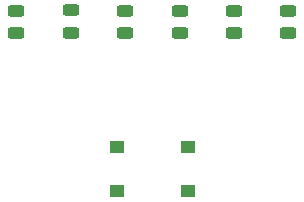
<source format=gbp>
G04 #@! TF.GenerationSoftware,KiCad,Pcbnew,8.0.4*
G04 #@! TF.CreationDate,2025-04-17T01:03:58+02:00*
G04 #@! TF.ProjectId,bms_stage_bq40z80,626d735f-7374-4616-9765-5f627134307a,rev?*
G04 #@! TF.SameCoordinates,Original*
G04 #@! TF.FileFunction,Paste,Bot*
G04 #@! TF.FilePolarity,Positive*
%FSLAX46Y46*%
G04 Gerber Fmt 4.6, Leading zero omitted, Abs format (unit mm)*
G04 Created by KiCad (PCBNEW 8.0.4) date 2025-04-17 01:03:58*
%MOMM*%
%LPD*%
G01*
G04 APERTURE LIST*
G04 Aperture macros list*
%AMRoundRect*
0 Rectangle with rounded corners*
0 $1 Rounding radius*
0 $2 $3 $4 $5 $6 $7 $8 $9 X,Y pos of 4 corners*
0 Add a 4 corners polygon primitive as box body*
4,1,4,$2,$3,$4,$5,$6,$7,$8,$9,$2,$3,0*
0 Add four circle primitives for the rounded corners*
1,1,$1+$1,$2,$3*
1,1,$1+$1,$4,$5*
1,1,$1+$1,$6,$7*
1,1,$1+$1,$8,$9*
0 Add four rect primitives between the rounded corners*
20,1,$1+$1,$2,$3,$4,$5,0*
20,1,$1+$1,$4,$5,$6,$7,0*
20,1,$1+$1,$6,$7,$8,$9,0*
20,1,$1+$1,$8,$9,$2,$3,0*%
G04 Aperture macros list end*
%ADD10RoundRect,0.243750X-0.456250X0.243750X-0.456250X-0.243750X0.456250X-0.243750X0.456250X0.243750X0*%
%ADD11RoundRect,0.243750X0.456250X-0.243750X0.456250X0.243750X-0.456250X0.243750X-0.456250X-0.243750X0*%
%ADD12R,1.200000X1.100000*%
G04 APERTURE END LIST*
D10*
X161500000Y-93100000D03*
X161500000Y-94975000D03*
X147700000Y-93100000D03*
X147700000Y-94975000D03*
D11*
X156900000Y-94975000D03*
X156900000Y-93100000D03*
D12*
X147000000Y-104650000D03*
X147000000Y-108350000D03*
X153000000Y-104650000D03*
X153000000Y-108350000D03*
D11*
X152300000Y-94975000D03*
X152300000Y-93100000D03*
D10*
X143100000Y-93087500D03*
X143100000Y-94962500D03*
D11*
X138400000Y-94975000D03*
X138400000Y-93100000D03*
M02*

</source>
